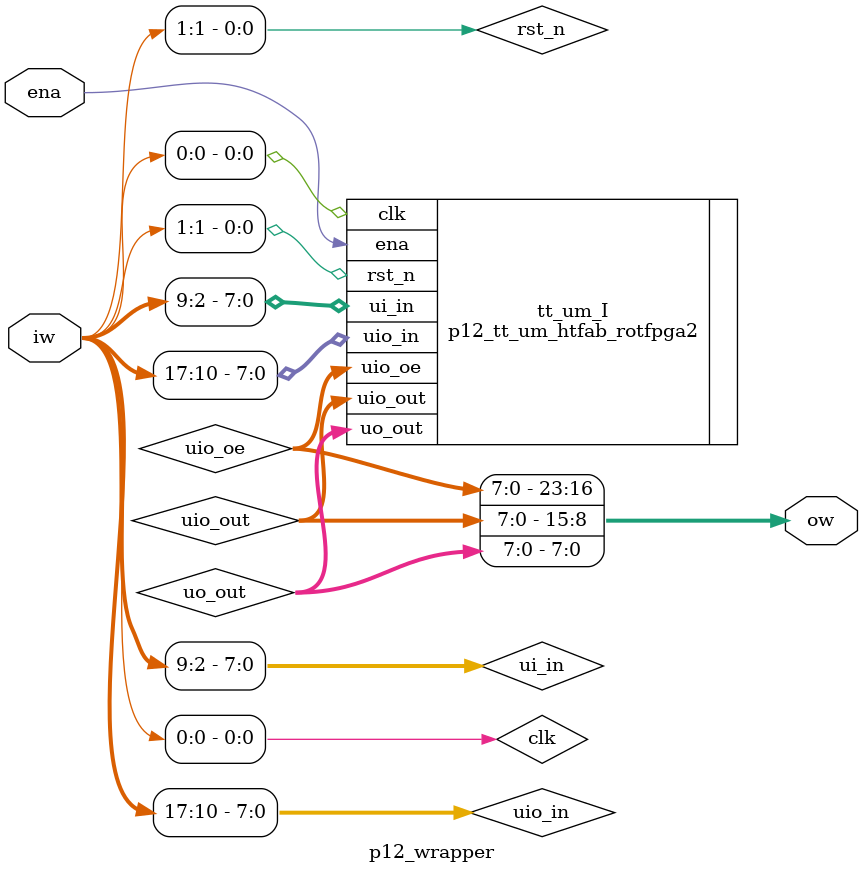
<source format=v>
`default_nettype none

module p12_wrapper (
  input wire ena,
  input wire [17:0] iw,
  output wire [23:0] ow
);

wire [7:0] uio_in;
wire [7:0] uio_out;
wire [7:0] uio_oe;
wire [7:0] uo_out;
wire [7:0] ui_in;
wire clk;
wire rst_n;

assign { uio_in, ui_in, rst_n, clk} = iw;
assign ow = { uio_oe, uio_out, uo_out };

p12_tt_um_htfab_rotfpga2 tt_um_I (
  .uio_in  (uio_in),
  .uio_out (uio_out),
  .uio_oe  (uio_oe),
  .uo_out  (uo_out),
  .ui_in   (ui_in),
  .ena     (ena),
  .clk     (clk),
  .rst_n   (rst_n)
);

endmodule

</source>
